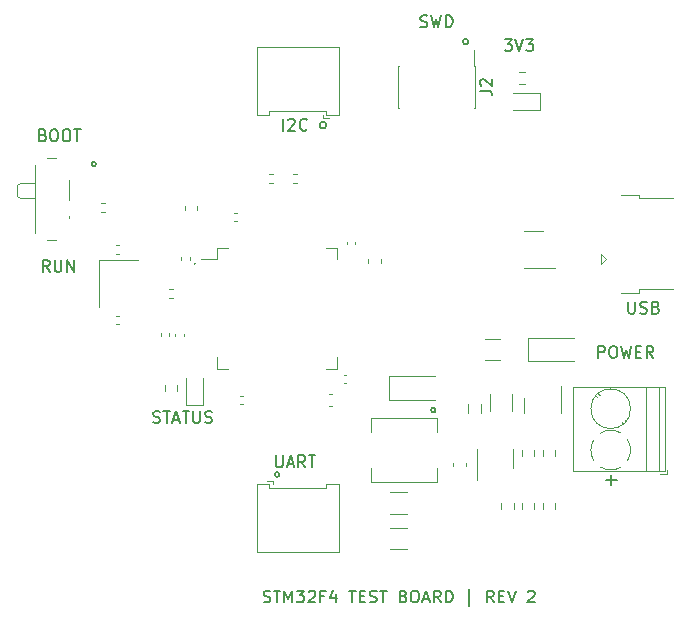
<source format=gbr>
%TF.GenerationSoftware,KiCad,Pcbnew,(6.0.7)*%
%TF.CreationDate,2022-09-22T19:59:32-07:00*%
%TF.ProjectId,STM32F4_rev2,53544d33-3246-4345-9f72-6576322e6b69,rev?*%
%TF.SameCoordinates,Original*%
%TF.FileFunction,Legend,Top*%
%TF.FilePolarity,Positive*%
%FSLAX46Y46*%
G04 Gerber Fmt 4.6, Leading zero omitted, Abs format (unit mm)*
G04 Created by KiCad (PCBNEW (6.0.7)) date 2022-09-22 19:59:32*
%MOMM*%
%LPD*%
G01*
G04 APERTURE LIST*
%ADD10C,0.150000*%
%ADD11C,0.120000*%
G04 APERTURE END LIST*
D10*
X85856609Y-107846761D02*
X85999466Y-107894380D01*
X86237561Y-107894380D01*
X86332800Y-107846761D01*
X86380419Y-107799142D01*
X86428038Y-107703904D01*
X86428038Y-107608666D01*
X86380419Y-107513428D01*
X86332800Y-107465809D01*
X86237561Y-107418190D01*
X86047085Y-107370571D01*
X85951847Y-107322952D01*
X85904228Y-107275333D01*
X85856609Y-107180095D01*
X85856609Y-107084857D01*
X85904228Y-106989619D01*
X85951847Y-106942000D01*
X86047085Y-106894380D01*
X86285180Y-106894380D01*
X86428038Y-106942000D01*
X86713752Y-106894380D02*
X87285180Y-106894380D01*
X86999466Y-107894380D02*
X86999466Y-106894380D01*
X87618514Y-107894380D02*
X87618514Y-106894380D01*
X87951847Y-107608666D01*
X88285180Y-106894380D01*
X88285180Y-107894380D01*
X88666133Y-106894380D02*
X89285180Y-106894380D01*
X88951847Y-107275333D01*
X89094704Y-107275333D01*
X89189942Y-107322952D01*
X89237561Y-107370571D01*
X89285180Y-107465809D01*
X89285180Y-107703904D01*
X89237561Y-107799142D01*
X89189942Y-107846761D01*
X89094704Y-107894380D01*
X88808990Y-107894380D01*
X88713752Y-107846761D01*
X88666133Y-107799142D01*
X89666133Y-106989619D02*
X89713752Y-106942000D01*
X89808990Y-106894380D01*
X90047085Y-106894380D01*
X90142323Y-106942000D01*
X90189942Y-106989619D01*
X90237561Y-107084857D01*
X90237561Y-107180095D01*
X90189942Y-107322952D01*
X89618514Y-107894380D01*
X90237561Y-107894380D01*
X90999466Y-107370571D02*
X90666133Y-107370571D01*
X90666133Y-107894380D02*
X90666133Y-106894380D01*
X91142323Y-106894380D01*
X91951847Y-107227714D02*
X91951847Y-107894380D01*
X91713752Y-106846761D02*
X91475657Y-107561047D01*
X92094704Y-107561047D01*
X93094704Y-106894380D02*
X93666133Y-106894380D01*
X93380419Y-107894380D02*
X93380419Y-106894380D01*
X93999466Y-107370571D02*
X94332800Y-107370571D01*
X94475657Y-107894380D02*
X93999466Y-107894380D01*
X93999466Y-106894380D01*
X94475657Y-106894380D01*
X94856609Y-107846761D02*
X94999466Y-107894380D01*
X95237561Y-107894380D01*
X95332800Y-107846761D01*
X95380419Y-107799142D01*
X95428038Y-107703904D01*
X95428038Y-107608666D01*
X95380419Y-107513428D01*
X95332800Y-107465809D01*
X95237561Y-107418190D01*
X95047085Y-107370571D01*
X94951847Y-107322952D01*
X94904228Y-107275333D01*
X94856609Y-107180095D01*
X94856609Y-107084857D01*
X94904228Y-106989619D01*
X94951847Y-106942000D01*
X95047085Y-106894380D01*
X95285180Y-106894380D01*
X95428038Y-106942000D01*
X95713752Y-106894380D02*
X96285180Y-106894380D01*
X95999466Y-107894380D02*
X95999466Y-106894380D01*
X97713752Y-107370571D02*
X97856609Y-107418190D01*
X97904228Y-107465809D01*
X97951847Y-107561047D01*
X97951847Y-107703904D01*
X97904228Y-107799142D01*
X97856609Y-107846761D01*
X97761371Y-107894380D01*
X97380419Y-107894380D01*
X97380419Y-106894380D01*
X97713752Y-106894380D01*
X97808990Y-106942000D01*
X97856609Y-106989619D01*
X97904228Y-107084857D01*
X97904228Y-107180095D01*
X97856609Y-107275333D01*
X97808990Y-107322952D01*
X97713752Y-107370571D01*
X97380419Y-107370571D01*
X98570895Y-106894380D02*
X98761371Y-106894380D01*
X98856609Y-106942000D01*
X98951847Y-107037238D01*
X98999466Y-107227714D01*
X98999466Y-107561047D01*
X98951847Y-107751523D01*
X98856609Y-107846761D01*
X98761371Y-107894380D01*
X98570895Y-107894380D01*
X98475657Y-107846761D01*
X98380419Y-107751523D01*
X98332800Y-107561047D01*
X98332800Y-107227714D01*
X98380419Y-107037238D01*
X98475657Y-106942000D01*
X98570895Y-106894380D01*
X99380419Y-107608666D02*
X99856609Y-107608666D01*
X99285180Y-107894380D02*
X99618514Y-106894380D01*
X99951847Y-107894380D01*
X100856609Y-107894380D02*
X100523276Y-107418190D01*
X100285180Y-107894380D02*
X100285180Y-106894380D01*
X100666133Y-106894380D01*
X100761371Y-106942000D01*
X100808990Y-106989619D01*
X100856609Y-107084857D01*
X100856609Y-107227714D01*
X100808990Y-107322952D01*
X100761371Y-107370571D01*
X100666133Y-107418190D01*
X100285180Y-107418190D01*
X101285180Y-107894380D02*
X101285180Y-106894380D01*
X101523276Y-106894380D01*
X101666133Y-106942000D01*
X101761371Y-107037238D01*
X101808990Y-107132476D01*
X101856609Y-107322952D01*
X101856609Y-107465809D01*
X101808990Y-107656285D01*
X101761371Y-107751523D01*
X101666133Y-107846761D01*
X101523276Y-107894380D01*
X101285180Y-107894380D01*
X103285180Y-108227714D02*
X103285180Y-106799142D01*
X105332799Y-107894380D02*
X104999466Y-107418190D01*
X104761371Y-107894380D02*
X104761371Y-106894380D01*
X105142323Y-106894380D01*
X105237561Y-106942000D01*
X105285180Y-106989619D01*
X105332799Y-107084857D01*
X105332799Y-107227714D01*
X105285180Y-107322952D01*
X105237561Y-107370571D01*
X105142323Y-107418190D01*
X104761371Y-107418190D01*
X105761371Y-107370571D02*
X106094704Y-107370571D01*
X106237561Y-107894380D02*
X105761371Y-107894380D01*
X105761371Y-106894380D01*
X106237561Y-106894380D01*
X106523276Y-106894380D02*
X106856609Y-107894380D01*
X107189942Y-106894380D01*
X108237561Y-106989619D02*
X108285180Y-106942000D01*
X108380419Y-106894380D01*
X108618514Y-106894380D01*
X108713752Y-106942000D01*
X108761371Y-106989619D01*
X108808990Y-107084857D01*
X108808990Y-107180095D01*
X108761371Y-107322952D01*
X108189942Y-107894380D01*
X108808990Y-107894380D01*
X67740304Y-79928980D02*
X67406971Y-79452790D01*
X67168876Y-79928980D02*
X67168876Y-78928980D01*
X67549828Y-78928980D01*
X67645066Y-78976600D01*
X67692685Y-79024219D01*
X67740304Y-79119457D01*
X67740304Y-79262314D01*
X67692685Y-79357552D01*
X67645066Y-79405171D01*
X67549828Y-79452790D01*
X67168876Y-79452790D01*
X68168876Y-78928980D02*
X68168876Y-79738504D01*
X68216495Y-79833742D01*
X68264114Y-79881361D01*
X68359352Y-79928980D01*
X68549828Y-79928980D01*
X68645066Y-79881361D01*
X68692685Y-79833742D01*
X68740304Y-79738504D01*
X68740304Y-78928980D01*
X69216495Y-79928980D02*
X69216495Y-78928980D01*
X69787923Y-79928980D01*
X69787923Y-78928980D01*
X114858800Y-97510600D02*
X115773200Y-97510600D01*
X115316000Y-97917000D02*
X115316000Y-97104200D01*
X87193380Y-97078800D02*
G75*
G03*
X87193380Y-97078800I-198380J0D01*
G01*
X100426780Y-91617800D02*
G75*
G03*
X100426780Y-91617800I-198380J0D01*
G01*
X71660515Y-70789800D02*
G75*
G03*
X71660515Y-70789800I-184915J0D01*
G01*
X91170805Y-67487800D02*
G75*
G03*
X91170805Y-67487800I-289605J0D01*
G01*
X103205776Y-60426600D02*
G75*
G03*
X103205776Y-60426600I-234176J0D01*
G01*
X80066796Y-79222600D02*
G75*
G03*
X80066796Y-79222600I-56796J0D01*
G01*
X76523809Y-92654761D02*
X76666666Y-92702380D01*
X76904761Y-92702380D01*
X77000000Y-92654761D01*
X77047619Y-92607142D01*
X77095238Y-92511904D01*
X77095238Y-92416666D01*
X77047619Y-92321428D01*
X77000000Y-92273809D01*
X76904761Y-92226190D01*
X76714285Y-92178571D01*
X76619047Y-92130952D01*
X76571428Y-92083333D01*
X76523809Y-91988095D01*
X76523809Y-91892857D01*
X76571428Y-91797619D01*
X76619047Y-91750000D01*
X76714285Y-91702380D01*
X76952380Y-91702380D01*
X77095238Y-91750000D01*
X77380952Y-91702380D02*
X77952380Y-91702380D01*
X77666666Y-92702380D02*
X77666666Y-91702380D01*
X78238095Y-92416666D02*
X78714285Y-92416666D01*
X78142857Y-92702380D02*
X78476190Y-91702380D01*
X78809523Y-92702380D01*
X79000000Y-91702380D02*
X79571428Y-91702380D01*
X79285714Y-92702380D02*
X79285714Y-91702380D01*
X79904761Y-91702380D02*
X79904761Y-92511904D01*
X79952380Y-92607142D01*
X80000000Y-92654761D01*
X80095238Y-92702380D01*
X80285714Y-92702380D01*
X80380952Y-92654761D01*
X80428571Y-92607142D01*
X80476190Y-92511904D01*
X80476190Y-91702380D01*
X80904761Y-92654761D02*
X81047619Y-92702380D01*
X81285714Y-92702380D01*
X81380952Y-92654761D01*
X81428571Y-92607142D01*
X81476190Y-92511904D01*
X81476190Y-92416666D01*
X81428571Y-92321428D01*
X81380952Y-92273809D01*
X81285714Y-92226190D01*
X81095238Y-92178571D01*
X81000000Y-92130952D01*
X80952380Y-92083333D01*
X80904761Y-91988095D01*
X80904761Y-91892857D01*
X80952380Y-91797619D01*
X81000000Y-91750000D01*
X81095238Y-91702380D01*
X81333333Y-91702380D01*
X81476190Y-91750000D01*
X106261904Y-60202380D02*
X106880952Y-60202380D01*
X106547619Y-60583333D01*
X106690476Y-60583333D01*
X106785714Y-60630952D01*
X106833333Y-60678571D01*
X106880952Y-60773809D01*
X106880952Y-61011904D01*
X106833333Y-61107142D01*
X106785714Y-61154761D01*
X106690476Y-61202380D01*
X106404761Y-61202380D01*
X106309523Y-61154761D01*
X106261904Y-61107142D01*
X107166666Y-60202380D02*
X107500000Y-61202380D01*
X107833333Y-60202380D01*
X108071428Y-60202380D02*
X108690476Y-60202380D01*
X108357142Y-60583333D01*
X108500000Y-60583333D01*
X108595238Y-60630952D01*
X108642857Y-60678571D01*
X108690476Y-60773809D01*
X108690476Y-61011904D01*
X108642857Y-61107142D01*
X108595238Y-61154761D01*
X108500000Y-61202380D01*
X108214285Y-61202380D01*
X108119047Y-61154761D01*
X108071428Y-61107142D01*
X99142857Y-59154761D02*
X99285714Y-59202380D01*
X99523809Y-59202380D01*
X99619047Y-59154761D01*
X99666666Y-59107142D01*
X99714285Y-59011904D01*
X99714285Y-58916666D01*
X99666666Y-58821428D01*
X99619047Y-58773809D01*
X99523809Y-58726190D01*
X99333333Y-58678571D01*
X99238095Y-58630952D01*
X99190476Y-58583333D01*
X99142857Y-58488095D01*
X99142857Y-58392857D01*
X99190476Y-58297619D01*
X99238095Y-58250000D01*
X99333333Y-58202380D01*
X99571428Y-58202380D01*
X99714285Y-58250000D01*
X100047619Y-58202380D02*
X100285714Y-59202380D01*
X100476190Y-58488095D01*
X100666666Y-59202380D01*
X100904761Y-58202380D01*
X101285714Y-59202380D02*
X101285714Y-58202380D01*
X101523809Y-58202380D01*
X101666666Y-58250000D01*
X101761904Y-58345238D01*
X101809523Y-58440476D01*
X101857142Y-58630952D01*
X101857142Y-58773809D01*
X101809523Y-58964285D01*
X101761904Y-59059523D01*
X101666666Y-59154761D01*
X101523809Y-59202380D01*
X101285714Y-59202380D01*
X67172057Y-68330771D02*
X67314914Y-68378390D01*
X67362533Y-68426009D01*
X67410152Y-68521247D01*
X67410152Y-68664104D01*
X67362533Y-68759342D01*
X67314914Y-68806961D01*
X67219676Y-68854580D01*
X66838723Y-68854580D01*
X66838723Y-67854580D01*
X67172057Y-67854580D01*
X67267295Y-67902200D01*
X67314914Y-67949819D01*
X67362533Y-68045057D01*
X67362533Y-68140295D01*
X67314914Y-68235533D01*
X67267295Y-68283152D01*
X67172057Y-68330771D01*
X66838723Y-68330771D01*
X68029200Y-67854580D02*
X68219676Y-67854580D01*
X68314914Y-67902200D01*
X68410152Y-67997438D01*
X68457771Y-68187914D01*
X68457771Y-68521247D01*
X68410152Y-68711723D01*
X68314914Y-68806961D01*
X68219676Y-68854580D01*
X68029200Y-68854580D01*
X67933961Y-68806961D01*
X67838723Y-68711723D01*
X67791104Y-68521247D01*
X67791104Y-68187914D01*
X67838723Y-67997438D01*
X67933961Y-67902200D01*
X68029200Y-67854580D01*
X69076819Y-67854580D02*
X69267295Y-67854580D01*
X69362533Y-67902200D01*
X69457771Y-67997438D01*
X69505390Y-68187914D01*
X69505390Y-68521247D01*
X69457771Y-68711723D01*
X69362533Y-68806961D01*
X69267295Y-68854580D01*
X69076819Y-68854580D01*
X68981580Y-68806961D01*
X68886342Y-68711723D01*
X68838723Y-68521247D01*
X68838723Y-68187914D01*
X68886342Y-67997438D01*
X68981580Y-67902200D01*
X69076819Y-67854580D01*
X69791104Y-67854580D02*
X70362533Y-67854580D01*
X70076819Y-68854580D02*
X70076819Y-67854580D01*
X114190476Y-87202380D02*
X114190476Y-86202380D01*
X114571428Y-86202380D01*
X114666666Y-86250000D01*
X114714285Y-86297619D01*
X114761904Y-86392857D01*
X114761904Y-86535714D01*
X114714285Y-86630952D01*
X114666666Y-86678571D01*
X114571428Y-86726190D01*
X114190476Y-86726190D01*
X115380952Y-86202380D02*
X115571428Y-86202380D01*
X115666666Y-86250000D01*
X115761904Y-86345238D01*
X115809523Y-86535714D01*
X115809523Y-86869047D01*
X115761904Y-87059523D01*
X115666666Y-87154761D01*
X115571428Y-87202380D01*
X115380952Y-87202380D01*
X115285714Y-87154761D01*
X115190476Y-87059523D01*
X115142857Y-86869047D01*
X115142857Y-86535714D01*
X115190476Y-86345238D01*
X115285714Y-86250000D01*
X115380952Y-86202380D01*
X116142857Y-86202380D02*
X116380952Y-87202380D01*
X116571428Y-86488095D01*
X116761904Y-87202380D01*
X117000000Y-86202380D01*
X117380952Y-86678571D02*
X117714285Y-86678571D01*
X117857142Y-87202380D02*
X117380952Y-87202380D01*
X117380952Y-86202380D01*
X117857142Y-86202380D01*
X118857142Y-87202380D02*
X118523809Y-86726190D01*
X118285714Y-87202380D02*
X118285714Y-86202380D01*
X118666666Y-86202380D01*
X118761904Y-86250000D01*
X118809523Y-86297619D01*
X118857142Y-86392857D01*
X118857142Y-86535714D01*
X118809523Y-86630952D01*
X118761904Y-86678571D01*
X118666666Y-86726190D01*
X118285714Y-86726190D01*
X116738095Y-82452380D02*
X116738095Y-83261904D01*
X116785714Y-83357142D01*
X116833333Y-83404761D01*
X116928571Y-83452380D01*
X117119047Y-83452380D01*
X117214285Y-83404761D01*
X117261904Y-83357142D01*
X117309523Y-83261904D01*
X117309523Y-82452380D01*
X117738095Y-83404761D02*
X117880952Y-83452380D01*
X118119047Y-83452380D01*
X118214285Y-83404761D01*
X118261904Y-83357142D01*
X118309523Y-83261904D01*
X118309523Y-83166666D01*
X118261904Y-83071428D01*
X118214285Y-83023809D01*
X118119047Y-82976190D01*
X117928571Y-82928571D01*
X117833333Y-82880952D01*
X117785714Y-82833333D01*
X117738095Y-82738095D01*
X117738095Y-82642857D01*
X117785714Y-82547619D01*
X117833333Y-82500000D01*
X117928571Y-82452380D01*
X118166666Y-82452380D01*
X118309523Y-82500000D01*
X119071428Y-82928571D02*
X119214285Y-82976190D01*
X119261904Y-83023809D01*
X119309523Y-83119047D01*
X119309523Y-83261904D01*
X119261904Y-83357142D01*
X119214285Y-83404761D01*
X119119047Y-83452380D01*
X118738095Y-83452380D01*
X118738095Y-82452380D01*
X119071428Y-82452380D01*
X119166666Y-82500000D01*
X119214285Y-82547619D01*
X119261904Y-82642857D01*
X119261904Y-82738095D01*
X119214285Y-82833333D01*
X119166666Y-82880952D01*
X119071428Y-82928571D01*
X118738095Y-82928571D01*
X86904761Y-95452380D02*
X86904761Y-96261904D01*
X86952380Y-96357142D01*
X87000000Y-96404761D01*
X87095238Y-96452380D01*
X87285714Y-96452380D01*
X87380952Y-96404761D01*
X87428571Y-96357142D01*
X87476190Y-96261904D01*
X87476190Y-95452380D01*
X87904761Y-96166666D02*
X88380952Y-96166666D01*
X87809523Y-96452380D02*
X88142857Y-95452380D01*
X88476190Y-96452380D01*
X89380952Y-96452380D02*
X89047619Y-95976190D01*
X88809523Y-96452380D02*
X88809523Y-95452380D01*
X89190476Y-95452380D01*
X89285714Y-95500000D01*
X89333333Y-95547619D01*
X89380952Y-95642857D01*
X89380952Y-95785714D01*
X89333333Y-95880952D01*
X89285714Y-95928571D01*
X89190476Y-95976190D01*
X88809523Y-95976190D01*
X89666666Y-95452380D02*
X90238095Y-95452380D01*
X89952380Y-96452380D02*
X89952380Y-95452380D01*
X87523809Y-67952380D02*
X87523809Y-66952380D01*
X87952380Y-67047619D02*
X88000000Y-67000000D01*
X88095238Y-66952380D01*
X88333333Y-66952380D01*
X88428571Y-67000000D01*
X88476190Y-67047619D01*
X88523809Y-67142857D01*
X88523809Y-67238095D01*
X88476190Y-67380952D01*
X87904761Y-67952380D01*
X88523809Y-67952380D01*
X89523809Y-67857142D02*
X89476190Y-67904761D01*
X89333333Y-67952380D01*
X89238095Y-67952380D01*
X89095238Y-67904761D01*
X89000000Y-67809523D01*
X88952380Y-67714285D01*
X88904761Y-67523809D01*
X88904761Y-67380952D01*
X88952380Y-67190476D01*
X89000000Y-67095238D01*
X89095238Y-67000000D01*
X89238095Y-66952380D01*
X89333333Y-66952380D01*
X89476190Y-67000000D01*
X89523809Y-67047619D01*
%TO.C,J2*%
X104187380Y-64583333D02*
X104901666Y-64583333D01*
X105044523Y-64630952D01*
X105139761Y-64726190D01*
X105187380Y-64869047D01*
X105187380Y-64964285D01*
X104282619Y-64154761D02*
X104235000Y-64107142D01*
X104187380Y-64011904D01*
X104187380Y-63773809D01*
X104235000Y-63678571D01*
X104282619Y-63630952D01*
X104377857Y-63583333D01*
X104473095Y-63583333D01*
X104615952Y-63630952D01*
X105187380Y-64202380D01*
X105187380Y-63583333D01*
D11*
X97330000Y-62485000D02*
X97265000Y-62485000D01*
X97265000Y-62485000D02*
X97265000Y-66015000D01*
X103735000Y-62485000D02*
X103735000Y-66015000D01*
X103735000Y-66015000D02*
X103670000Y-66015000D01*
X97330000Y-66015000D02*
X97265000Y-66015000D01*
X103670000Y-61160000D02*
X103670000Y-62485000D01*
X103735000Y-62485000D02*
X103670000Y-62485000D01*
%TO.C,Q1*%
X111060000Y-91250000D02*
X111060000Y-89575000D01*
X111060000Y-91250000D02*
X111060000Y-91900000D01*
X107940000Y-91250000D02*
X107940000Y-90600000D01*
X107940000Y-91250000D02*
X107940000Y-91900000D01*
%TO.C,D2*%
X96450000Y-90750000D02*
X100350000Y-90750000D01*
X96450000Y-88750000D02*
X100350000Y-88750000D01*
X96450000Y-88750000D02*
X96450000Y-90750000D01*
%TO.C,R8*%
X78153641Y-81370000D02*
X77846359Y-81370000D01*
X78153641Y-82130000D02*
X77846359Y-82130000D01*
%TO.C,J3*%
X86335000Y-66310000D02*
X86335000Y-66610000D01*
X90875000Y-66900000D02*
X91375000Y-66900000D01*
X91165000Y-66310000D02*
X91165000Y-66610000D01*
X86335000Y-66610000D02*
X85265000Y-66610000D01*
X91165000Y-66610000D02*
X92235000Y-66610000D01*
X88750000Y-66310000D02*
X91165000Y-66310000D01*
X85265000Y-66610000D02*
X85265000Y-60890000D01*
X85265000Y-60890000D02*
X88750000Y-60890000D01*
X90875000Y-66600000D02*
X90875000Y-66900000D01*
X88750000Y-66310000D02*
X86335000Y-66310000D01*
X92235000Y-60890000D02*
X88750000Y-60890000D01*
X92235000Y-66610000D02*
X92235000Y-60890000D01*
%TO.C,J5*%
X114885000Y-78825000D02*
X114435000Y-79225000D01*
X120485000Y-81375000D02*
X117685000Y-81375000D01*
X114435000Y-79225000D02*
X114435000Y-78425000D01*
X117685000Y-81675000D02*
X116135000Y-81675000D01*
X120485000Y-73675000D02*
X117685000Y-73675000D01*
X114435000Y-78425000D02*
X114885000Y-78825000D01*
X117685000Y-73375000D02*
X116135000Y-73375000D01*
X117685000Y-73675000D02*
X117685000Y-73375000D01*
X117685000Y-81675000D02*
X117685000Y-81375000D01*
%TO.C,D3*%
X106950000Y-66235000D02*
X109235000Y-66235000D01*
X109235000Y-64765000D02*
X106950000Y-64765000D01*
X109235000Y-66235000D02*
X109235000Y-64765000D01*
%TO.C,C12*%
X78390000Y-85357836D02*
X78390000Y-85142164D01*
X79110000Y-85357836D02*
X79110000Y-85142164D01*
%TO.C,R6*%
X107987258Y-62977500D02*
X107512742Y-62977500D01*
X107987258Y-64022500D02*
X107512742Y-64022500D01*
%TO.C,R5*%
X109477500Y-99987258D02*
X109477500Y-99512742D01*
X110522500Y-99987258D02*
X110522500Y-99512742D01*
%TO.C,R7*%
X72403641Y-74120000D02*
X72096359Y-74120000D01*
X72403641Y-74880000D02*
X72096359Y-74880000D01*
%TO.C,R11*%
X86336359Y-71620000D02*
X86643641Y-71620000D01*
X86336359Y-72380000D02*
X86643641Y-72380000D01*
%TO.C,C8*%
X92642164Y-89360000D02*
X92857836Y-89360000D01*
X92642164Y-88640000D02*
X92857836Y-88640000D01*
%TO.C,C10*%
X83372164Y-75610000D02*
X83587836Y-75610000D01*
X83372164Y-74890000D02*
X83587836Y-74890000D01*
%TO.C,D1*%
X108250000Y-87500000D02*
X112150000Y-87500000D01*
X108250000Y-85500000D02*
X108250000Y-87500000D01*
X108250000Y-85500000D02*
X112150000Y-85500000D01*
%TO.C,U3*%
X108750000Y-76440000D02*
X109550000Y-76440000D01*
X108750000Y-79560000D02*
X107950000Y-79560000D01*
X108750000Y-79560000D02*
X110550000Y-79560000D01*
X108750000Y-76440000D02*
X107950000Y-76440000D01*
%TO.C,SW1*%
X65205000Y-72350000D02*
X64995000Y-72550000D01*
X65205000Y-73650000D02*
X64995000Y-73450000D01*
X65205000Y-73650000D02*
X66495000Y-73650000D01*
X69345000Y-75150000D02*
X69345000Y-75350000D01*
X68295000Y-70300000D02*
X67505000Y-70300000D01*
X64995000Y-72550000D02*
X64995000Y-73450000D01*
X67505000Y-77200000D02*
X68295000Y-77200000D01*
X69345000Y-72150000D02*
X69345000Y-73850000D01*
X66495000Y-72350000D02*
X65205000Y-72350000D01*
X66495000Y-70900000D02*
X66495000Y-76600000D01*
%TO.C,C5*%
X80260000Y-74640580D02*
X80260000Y-74359420D01*
X79240000Y-74640580D02*
X79240000Y-74359420D01*
%TO.C,C13*%
X91359420Y-90240000D02*
X91640580Y-90240000D01*
X91359420Y-91260000D02*
X91640580Y-91260000D01*
%TO.C,J4*%
X86625000Y-97900000D02*
X86625000Y-97600000D01*
X92235000Y-97890000D02*
X92235000Y-103610000D01*
X86335000Y-98190000D02*
X86335000Y-97890000D01*
X88750000Y-98190000D02*
X91165000Y-98190000D01*
X91165000Y-97890000D02*
X92235000Y-97890000D01*
X85265000Y-97890000D02*
X85265000Y-103610000D01*
X85265000Y-103610000D02*
X88750000Y-103610000D01*
X86625000Y-97600000D02*
X86125000Y-97600000D01*
X86335000Y-97890000D02*
X85265000Y-97890000D01*
X92235000Y-103610000D02*
X88750000Y-103610000D01*
X91165000Y-98190000D02*
X91165000Y-97890000D01*
X88750000Y-98190000D02*
X86335000Y-98190000D01*
%TO.C,F1*%
X105852064Y-85590000D02*
X104647936Y-85590000D01*
X105852064Y-87410000D02*
X104647936Y-87410000D01*
%TO.C,D4*%
X79265000Y-91197500D02*
X80735000Y-91197500D01*
X79265000Y-88912500D02*
X79265000Y-91197500D01*
X80735000Y-91197500D02*
X80735000Y-88912500D01*
%TO.C,Y1*%
X75250000Y-78900000D02*
X71950000Y-78900000D01*
X71950000Y-78900000D02*
X71950000Y-82900000D01*
%TO.C,J1*%
X113975000Y-90430000D02*
X114069000Y-90524000D01*
X119810000Y-96810000D02*
X119810000Y-89690000D01*
X112090000Y-96810000D02*
X112090000Y-89690000D01*
X116191000Y-92645000D02*
X116319000Y-92774000D01*
X112090000Y-89690000D02*
X119810000Y-89690000D01*
X119350000Y-96810000D02*
X119350000Y-89690000D01*
X112090000Y-96810000D02*
X119810000Y-96810000D01*
X119410000Y-97050000D02*
X120050000Y-97050000D01*
X120050000Y-97050000D02*
X120050000Y-96650000D01*
X118250000Y-96810000D02*
X118250000Y-89690000D01*
X114181000Y-90225000D02*
X114309000Y-90354000D01*
X116431000Y-92475000D02*
X116524000Y-92569000D01*
X116930000Y-95000000D02*
G75*
G03*
X116674721Y-94109736I-1679990J3D01*
G01*
X116690000Y-95866000D02*
G75*
G03*
X116930099Y-94971326I-1440014J866003D01*
G01*
X116141000Y-93575000D02*
G75*
G03*
X114359807Y-93574496I-891000J-1425003D01*
G01*
X113809999Y-94134000D02*
G75*
G03*
X113824642Y-95889894I1439999J-866000D01*
G01*
X114384000Y-96440001D02*
G75*
G03*
X116139894Y-96425358I866000J1439999D01*
G01*
X116930000Y-91500000D02*
G75*
G03*
X116930000Y-91500000I-1680000J0D01*
G01*
%TO.C,C7*%
X84087836Y-90390000D02*
X83872164Y-90390000D01*
X84087836Y-91110000D02*
X83872164Y-91110000D01*
%TO.C,R2*%
X110522500Y-95487258D02*
X110522500Y-95012742D01*
X109477500Y-95487258D02*
X109477500Y-95012742D01*
%TO.C,R10*%
X88653641Y-71620000D02*
X88346359Y-71620000D01*
X88653641Y-72380000D02*
X88346359Y-72380000D01*
%TO.C,C14*%
X95760000Y-79140580D02*
X95760000Y-78859420D01*
X94740000Y-79140580D02*
X94740000Y-78859420D01*
%TO.C,L1*%
X100550000Y-97700000D02*
X94950000Y-97700000D01*
X94950000Y-97700000D02*
X94950000Y-96550000D01*
X94950000Y-92300000D02*
X94950000Y-93450000D01*
X100550000Y-92300000D02*
X100550000Y-93450000D01*
X100550000Y-97700000D02*
X100550000Y-96550000D01*
X100550000Y-92300000D02*
X94950000Y-92300000D01*
%TO.C,C6*%
X79610000Y-78877836D02*
X79610000Y-78662164D01*
X78890000Y-78877836D02*
X78890000Y-78662164D01*
%TO.C,C15*%
X73392164Y-77640000D02*
X73607836Y-77640000D01*
X73392164Y-78360000D02*
X73607836Y-78360000D01*
%TO.C,R1*%
X108772500Y-95012742D02*
X108772500Y-95487258D01*
X107727500Y-95012742D02*
X107727500Y-95487258D01*
%TO.C,C16*%
X73607836Y-84360000D02*
X73392164Y-84360000D01*
X73607836Y-83640000D02*
X73392164Y-83640000D01*
%TO.C,C2*%
X96538748Y-98590000D02*
X97961252Y-98590000D01*
X96538748Y-100410000D02*
X97961252Y-100410000D01*
%TO.C,FB1*%
X104260000Y-91100378D02*
X104260000Y-91899622D01*
X103140000Y-91100378D02*
X103140000Y-91899622D01*
%TO.C,C1*%
X106860000Y-91711252D02*
X106860000Y-90288748D01*
X105040000Y-91711252D02*
X105040000Y-90288748D01*
%TO.C,C4*%
X101940000Y-96109420D02*
X101940000Y-96390580D01*
X102960000Y-96109420D02*
X102960000Y-96390580D01*
%TO.C,C9*%
X92890000Y-77587836D02*
X92890000Y-77372164D01*
X93610000Y-77587836D02*
X93610000Y-77372164D01*
%TO.C,C3*%
X96538748Y-103410000D02*
X97961252Y-103410000D01*
X96538748Y-101590000D02*
X97961252Y-101590000D01*
%TO.C,U2*%
X92110000Y-77890000D02*
X92110000Y-78840000D01*
X91160000Y-88110000D02*
X92110000Y-88110000D01*
X81890000Y-88110000D02*
X81890000Y-87160000D01*
X82840000Y-77890000D02*
X81890000Y-77890000D01*
X81890000Y-77890000D02*
X81890000Y-78840000D01*
X81890000Y-78840000D02*
X80550000Y-78840000D01*
X91160000Y-77890000D02*
X92110000Y-77890000D01*
X82840000Y-88110000D02*
X81890000Y-88110000D01*
X92110000Y-88110000D02*
X92110000Y-87160000D01*
%TO.C,C11*%
X77140000Y-85337836D02*
X77140000Y-85122164D01*
X77860000Y-85337836D02*
X77860000Y-85122164D01*
%TO.C,R9*%
X77477500Y-89987258D02*
X77477500Y-89512742D01*
X78522500Y-89987258D02*
X78522500Y-89512742D01*
%TO.C,U1*%
X107010000Y-95750000D02*
X107010000Y-94950000D01*
X107010000Y-95750000D02*
X107010000Y-96550000D01*
X103890000Y-95750000D02*
X103890000Y-97550000D01*
X103890000Y-95750000D02*
X103890000Y-94950000D01*
%TO.C,R4*%
X107727500Y-99512742D02*
X107727500Y-99987258D01*
X108772500Y-99512742D02*
X108772500Y-99987258D01*
%TO.C,R3*%
X107022500Y-99987258D02*
X107022500Y-99512742D01*
X105977500Y-99987258D02*
X105977500Y-99512742D01*
%TD*%
M02*

</source>
